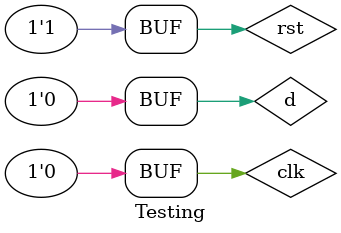
<source format=v>
module dff_sync_clear(d, clearb, clock, q);
	input d, clearb, clock;
	output q;
	reg q;
	always @ (posedge clock)
		begin
		if (!clearb) q <= 1'b0;
		else q <= d;
		end
endmodule


module dff_async_clear(d, clearb, clock, q);
	input d, clearb, clock;
	output q;
	reg q;
	always @ (negedge clearb or posedge clock)
		begin
		if (!clearb) 
			q <= 1'b0;
		else 
			q <= d;
		end
endmodule


module Testing;
	reg d, clk, rst;
	wire q;
	dff_sync_clear dff (d, rst, clk, q); // Or dff_async_clear dff (d, clk,rst, q);
	//Always at rising edge of clock display the signals
	always @(posedge clk)
		begin
		$display($time," d=%b, clk=%b, rst=%b, q=%b\n", d, clk, rst, q);
		end
	//Module to generate clock with period 10 time units
	initial 
		begin
		#0 clk=0;
		#5 clk=1;
		#5 clk=0;
		#5 clk=1;
		#5 clk=0;
		#5 clk=1;
		#5 clk=0;
		#5 clk=1;
		#5 clk=0;
		#5 clk=1;
		#5 clk=0;
		#5 clk=1;
		#5 clk=0;	
		end
	initial 
		begin
		#0 d=0; rst=1;
		#5 d=1; rst=0;
		#5 d=1; rst=1;
		#5 d=0; rst=0;
		#5 d=1; rst=1;
		#15 d=0; rst=1;
		end
	initial
		begin
		$dumpfile("filename.vcd");
		$dumpvars;
		end
endmodule
</source>
